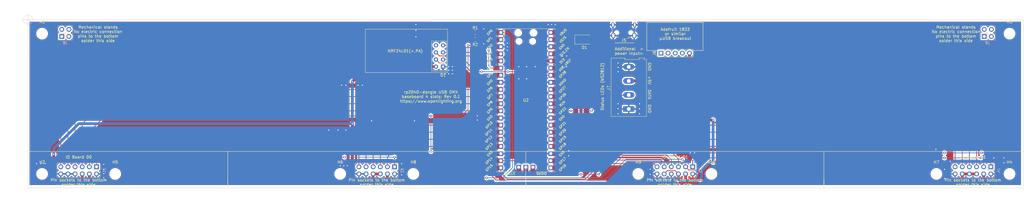
<source format=kicad_pcb>
(kicad_pcb (version 20171130) (host pcbnew 5.1.9)
  (title_block (title "rp2040_dongle baseboard 4 slots") (date 2021-03-19) (rev 0.1) (company https://www.openlighting.org/))
  (layers (0 F.Cu signal) (31 B.Cu signal) (34 B.Paste user) (35 F.Paste user) (36 B.SilkS user) (37 F.SilkS user) (38 B.Mask user) (39 F.Mask user) (44 Edge.Cuts user))
  (net 0 "")
  (net 1 GND)
  (net 2 "Net-(D1-Pad2)")
  (net 3 +3V3)
  (net 4 VDD)
  (net 5 /IO0_GP3)
  (net 6 /IO0_GP2)
  (net 7 /IO0_GP1)
  (net 8 /IO0_GP0)
  (net 9 /SCL)
  (net 10 /SDA)
  (net 11 /IO1_GP0)
  (net 12 /IO1_GP1)
  (net 13 /IO1_GP2)
  (net 14 /IO1_GP3)
  (net 15 /IO2_GP0)
  (net 16 /IO2_GP1)
  (net 17 /IO2_GP2)
  (net 18 /IO2_GP3)
  (net 19 /SPI_CLK)
  (net 20 /SPI_MOSI)
  (net 21 /SPI_MISO)
  (net 22 /SPI_CS0)
  (net 23 /IO3_GP0)
  (net 24 /IO3_GP1)
  (net 25 /IO3_GP2)
  (net 26 /IO3_GP3)
  (net 27 /STATUS_LEDS)
  (net 28 /NRF_CE)
  (net 29 "Net-(U2-Pad30)")
  (net 30 "Net-(U2-Pad31)")
  (net 31 "Net-(U2-Pad32)")
  (net 32 "Net-(U2-Pad37)")
  (net 33 "Net-(U2-Pad40)")
  (net 34 "Net-(U2-Pad41)")
  (net 35 "Net-(U2-Pad42)")
  (net 36 "Net-(U2-Pad43)")
  (net 37 "Net-(U2-Pad35)")
  (module RF_Module:nRF24L01_Breakout (layer F.Cu) (at 172.574 41.764 180)
    (fp_text reference U1 (at 0 -3) (layer F.SilkS))
    (fp_text value NRF24L01_Breakout)
    (pad 1 thru_hole rect (at 0 0 180) (size 1.524 1.524) (drill 0.762) (layers *.Cu *.Mask) (net 1 GND))
    (pad 2 thru_hole circle (at 2.54 0 180) (size 1.524 1.524) (drill 0.762) (layers *.Cu *.Mask) (net 3 +3V3))
    (pad 3 thru_hole circle (at 0 2.54 180) (size 1.524 1.524) (drill 0.762) (layers *.Cu *.Mask) (net 28 /NRF_CE))
    (pad 4 thru_hole circle (at 2.54 2.54 180) (size 1.524 1.524) (drill 0.762) (layers *.Cu *.Mask) (net 22 /SPI_CS0))
    (pad 5 thru_hole circle (at 0 5.08 180) (size 1.524 1.524) (drill 0.762) (layers *.Cu *.Mask) (net 19 /SPI_CLK))
    (pad 6 thru_hole circle (at 2.54 5.08 180) (size 1.524 1.524) (drill 0.762) (layers *.Cu *.Mask) (net 20 /SPI_MOSI))
    (pad 7 thru_hole circle (at 0 7.62 180) (size 1.524 1.524) (drill 0.762) (layers *.Cu *.Mask) (net 21 /SPI_MISO))
    (pad 8 thru_hole circle (at 2.54 7.62 180) (size 1.524 1.524) (drill 0.762) (layers *.Cu *.Mask))
  )
  (module TerminalBlock:TerminalBlock_Altech_AK300-4_P5.00mm (layer F.Cu) (at 238.614 56.844 90)
    (fp_text reference J7 (at 7.5 -7.15 90) (layer F.SilkS))
    (fp_text value Screw_Terminal_01x04)
    (pad 3 thru_hole oval (at 10 0 90) (size 1.98 3.96) (drill 1.32) (layers *.Cu *.Mask) (net 4 VDD))
    (pad 4 thru_hole oval (at 15 0 90) (size 1.98 3.96) (drill 1.32) (layers *.Cu *.Mask) (net 1 GND))
    (pad 2 thru_hole oval (at 5 0 90) (size 1.98 3.96) (drill 1.32) (layers *.Cu *.Mask) (net 27 /STATUS_LEDS))
    (pad 1 thru_hole rect (at 0 0 90) (size 1.98 3.96) (drill 1.32) (layers *.Cu *.Mask) (net 1 GND))
  )
  (module Resistor_SMD:R_0805_2012Metric_Pad1.20x1.40mm_HandSolder (layer F.Cu) (at 184.004 32.112)
    (fp_text reference R2 (at 0 1.778) (layer F.SilkS))
    (fp_text value 2k)
    (pad 2 smd roundrect (at 1 0) (size 1.2 1.4) (layers F.Cu F.Paste F.Mask) (roundrect_rratio 0.208333) (net 9 /SCL))
    (pad 1 smd roundrect (at -1 0) (size 1.2 1.4) (layers F.Cu F.Paste F.Mask) (roundrect_rratio 0.208333) (net 3 +3V3))
  )
  (module Resistor_SMD:R_0805_2012Metric_Pad1.20x1.40mm_HandSolder (layer F.Cu) (at 184.004 29.572)
    (fp_text reference R1 (at 0 -1.65) (layer F.SilkS))
    (fp_text value 2k)
    (pad 2 smd roundrect (at 1 0) (size 1.2 1.4) (layers F.Cu F.Paste F.Mask) (roundrect_rratio 0.208333) (net 10 /SDA))
    (pad 1 smd roundrect (at -1 0) (size 1.2 1.4) (layers F.Cu F.Paste F.Mask) (roundrect_rratio 0.208333) (net 3 +3V3))
  )
  (module Connector_PinSocket_2.54mm:PinSocket_2x06_P2.54mm_Vertical (layer B.Cu) (at 367.35 77.46 90)
    (fp_text reference J4 (at -1.27 2.77 90) (layer B.SilkS) (effects (justify mirror)))
    (fp_text value IO-Board_11)
    (pad 12 thru_hole oval (at -2.54 -12.7 90) (size 1.7 1.7) (drill 1) (layers *.Cu *.Mask) (net 1 GND))
    (pad 11 thru_hole oval (at 0 -12.7 90) (size 1.7 1.7) (drill 1) (layers *.Cu *.Mask) (net 23 /IO3_GP0))
    (pad 10 thru_hole oval (at -2.54 -10.16 90) (size 1.7 1.7) (drill 1) (layers *.Cu *.Mask) (net 3 +3V3))
    (pad 9 thru_hole oval (at 0 -10.16 90) (size 1.7 1.7) (drill 1) (layers *.Cu *.Mask) (net 24 /IO3_GP1))
    (pad 8 thru_hole oval (at -2.54 -7.62 90) (size 1.7 1.7) (drill 1) (layers *.Cu *.Mask) (net 3 +3V3))
    (pad 7 thru_hole oval (at 0 -7.62 90) (size 1.7 1.7) (drill 1) (layers *.Cu *.Mask) (net 25 /IO3_GP2))
    (pad 6 thru_hole oval (at -2.54 -5.08 90) (size 1.7 1.7) (drill 1) (layers *.Cu *.Mask) (net 3 +3V3))
    (pad 5 thru_hole oval (at 0 -5.08 90) (size 1.7 1.7) (drill 1) (layers *.Cu *.Mask) (net 26 /IO3_GP3))
    (pad 4 thru_hole oval (at -2.54 -2.54 90) (size 1.7 1.7) (drill 1) (layers *.Cu *.Mask) (net 4 VDD))
    (pad 3 thru_hole oval (at 0 -2.54 90) (size 1.7 1.7) (drill 1) (layers *.Cu *.Mask) (net 9 /SCL))
    (pad 2 thru_hole oval (at -2.54 0 90) (size 1.7 1.7) (drill 1) (layers *.Cu *.Mask) (net 1 GND))
    (pad 1 thru_hole rect (at 0 0 90) (size 1.7 1.7) (drill 1) (layers *.Cu *.Mask) (net 10 /SDA))
  )
  (module Connector_PinSocket_2.54mm:PinSocket_2x06_P2.54mm_Vertical (layer B.Cu) (at 261.35 77.46 90)
    (fp_text reference J3 (at -1.27 2.77 90) (layer B.SilkS) (effects (justify mirror)))
    (fp_text value IO-Board_10)
    (pad 12 thru_hole oval (at -2.54 -12.7 90) (size 1.7 1.7) (drill 1) (layers *.Cu *.Mask) (net 1 GND))
    (pad 11 thru_hole oval (at 0 -12.7 90) (size 1.7 1.7) (drill 1) (layers *.Cu *.Mask) (net 15 /IO2_GP0))
    (pad 10 thru_hole oval (at -2.54 -10.16 90) (size 1.7 1.7) (drill 1) (layers *.Cu *.Mask) (net 3 +3V3))
    (pad 9 thru_hole oval (at 0 -10.16 90) (size 1.7 1.7) (drill 1) (layers *.Cu *.Mask) (net 16 /IO2_GP1))
    (pad 8 thru_hole oval (at -2.54 -7.62 90) (size 1.7 1.7) (drill 1) (layers *.Cu *.Mask) (net 1 GND))
    (pad 7 thru_hole oval (at 0 -7.62 90) (size 1.7 1.7) (drill 1) (layers *.Cu *.Mask) (net 17 /IO2_GP2))
    (pad 6 thru_hole oval (at -2.54 -5.08 90) (size 1.7 1.7) (drill 1) (layers *.Cu *.Mask) (net 3 +3V3))
    (pad 5 thru_hole oval (at 0 -5.08 90) (size 1.7 1.7) (drill 1) (layers *.Cu *.Mask) (net 18 /IO2_GP3))
    (pad 4 thru_hole oval (at -2.54 -2.54 90) (size 1.7 1.7) (drill 1) (layers *.Cu *.Mask) (net 4 VDD))
    (pad 3 thru_hole oval (at 0 -2.54 90) (size 1.7 1.7) (drill 1) (layers *.Cu *.Mask) (net 9 /SCL))
    (pad 2 thru_hole oval (at -2.54 0 90) (size 1.7 1.7) (drill 1) (layers *.Cu *.Mask) (net 1 GND))
    (pad 1 thru_hole rect (at 0 0 90) (size 1.7 1.7) (drill 1) (layers *.Cu *.Mask) (net 10 /SDA))
  )
  (module Connector_PinSocket_2.54mm:PinSocket_2x06_P2.54mm_Vertical (layer B.Cu) (at 155.35 77.46 90)
    (fp_text reference J2 (at -1.27 2.77 90) (layer B.SilkS) (effects (justify mirror)))
    (fp_text value IO-Board_01)
    (pad 12 thru_hole oval (at -2.54 -12.7 90) (size 1.7 1.7) (drill 1) (layers *.Cu *.Mask) (net 1 GND))
    (pad 11 thru_hole oval (at 0 -12.7 90) (size 1.7 1.7) (drill 1) (layers *.Cu *.Mask) (net 11 /IO1_GP0))
    (pad 10 thru_hole oval (at -2.54 -10.16 90) (size 1.7 1.7) (drill 1) (layers *.Cu *.Mask) (net 1 GND))
    (pad 9 thru_hole oval (at 0 -10.16 90) (size 1.7 1.7) (drill 1) (layers *.Cu *.Mask) (net 12 /IO1_GP1))
    (pad 8 thru_hole oval (at -2.54 -7.62 90) (size 1.7 1.7) (drill 1) (layers *.Cu *.Mask) (net 3 +3V3))
    (pad 7 thru_hole oval (at 0 -7.62 90) (size 1.7 1.7) (drill 1) (layers *.Cu *.Mask) (net 13 /IO1_GP2))
    (pad 6 thru_hole oval (at -2.54 -5.08 90) (size 1.7 1.7) (drill 1) (layers *.Cu *.Mask) (net 3 +3V3))
    (pad 5 thru_hole oval (at 0 -5.08 90) (size 1.7 1.7) (drill 1) (layers *.Cu *.Mask) (net 14 /IO1_GP3))
    (pad 4 thru_hole oval (at -2.54 -2.54 90) (size 1.7 1.7) (drill 1) (layers *.Cu *.Mask) (net 4 VDD))
    (pad 3 thru_hole oval (at 0 -2.54 90) (size 1.7 1.7) (drill 1) (layers *.Cu *.Mask) (net 9 /SCL))
    (pad 2 thru_hole oval (at -2.54 0 90) (size 1.7 1.7) (drill 1) (layers *.Cu *.Mask) (net 1 GND))
    (pad 1 thru_hole rect (at 0 0 90) (size 1.7 1.7) (drill 1) (layers *.Cu *.Mask) (net 10 /SDA))
  )
  (module Connector_PinSocket_2.54mm:PinSocket_2x06_P2.54mm_Vertical (layer B.Cu) (at 49.35 77.46 90)
    (fp_text reference J1 (at -1.27 2.77 90) (layer B.SilkS) (effects (justify mirror)))
    (fp_text value IO-Board_00)
    (pad 12 thru_hole oval (at -2.54 -12.7 90) (size 1.7 1.7) (drill 1) (layers *.Cu *.Mask) (net 1 GND))
    (pad 11 thru_hole oval (at 0 -12.7 90) (size 1.7 1.7) (drill 1) (layers *.Cu *.Mask) (net 8 /IO0_GP0))
    (pad 10 thru_hole oval (at -2.54 -10.16 90) (size 1.7 1.7) (drill 1) (layers *.Cu *.Mask) (net 1 GND))
    (pad 9 thru_hole oval (at 0 -10.16 90) (size 1.7 1.7) (drill 1) (layers *.Cu *.Mask) (net 7 /IO0_GP1))
    (pad 8 thru_hole oval (at -2.54 -7.62 90) (size 1.7 1.7) (drill 1) (layers *.Cu *.Mask) (net 1 GND))
    (pad 7 thru_hole oval (at 0 -7.62 90) (size 1.7 1.7) (drill 1) (layers *.Cu *.Mask) (net 6 /IO0_GP2))
    (pad 6 thru_hole oval (at -2.54 -5.08 90) (size 1.7 1.7) (drill 1) (layers *.Cu *.Mask) (net 3 +3V3))
    (pad 5 thru_hole oval (at 0 -5.08 90) (size 1.7 1.7) (drill 1) (layers *.Cu *.Mask) (net 5 /IO0_GP3))
    (pad 4 thru_hole oval (at -2.54 -2.54 90) (size 1.7 1.7) (drill 1) (layers *.Cu *.Mask) (net 4 VDD))
    (pad 3 thru_hole oval (at 0 -2.54 90) (size 1.7 1.7) (drill 1) (layers *.Cu *.Mask) (net 9 /SCL))
    (pad 2 thru_hole oval (at -2.54 0 90) (size 1.7 1.7) (drill 1) (layers *.Cu *.Mask) (net 1 GND))
    (pad 1 thru_hole rect (at 0 0 90) (size 1.7 1.7) (drill 1) (layers *.Cu *.Mask) (net 10 /SDA))
  )
  (module Connector_PinHeader_2.54mm:PinHeader_2x02_P2.54mm_Vertical (layer B.Cu) (at 365 31)
    (fp_text reference J9 (at 1.27 2.33) (layer B.SilkS) (effects (justify mirror)))
    (fp_text value Conn_02x02_Odd_Even)
    (pad 4 thru_hole oval (at 2.54 -2.54) (size 1.7 1.7) (drill 1) (layers *.Cu *.Mask))
    (pad 3 thru_hole oval (at 0 -2.54) (size 1.7 1.7) (drill 1) (layers *.Cu *.Mask))
    (pad 2 thru_hole oval (at 2.54 0) (size 1.7 1.7) (drill 1) (layers *.Cu *.Mask))
    (pad 1 thru_hole rect (at 0 0) (size 1.7 1.7) (drill 1) (layers *.Cu *.Mask))
  )
  (module Connector_PinHeader_2.54mm:PinHeader_2x02_P2.54mm_Vertical (layer B.Cu) (at 37 31)
    (fp_text reference J8 (at 1.27 2.33) (layer B.SilkS) (effects (justify mirror)))
    (fp_text value Conn_02x02_Odd_Even)
    (pad 4 thru_hole oval (at 2.54 -2.54) (size 1.7 1.7) (drill 1) (layers *.Cu *.Mask))
    (pad 3 thru_hole oval (at 0 -2.54) (size 1.7 1.7) (drill 1) (layers *.Cu *.Mask))
    (pad 2 thru_hole oval (at 2.54 0) (size 1.7 1.7) (drill 1) (layers *.Cu *.Mask))
    (pad 1 thru_hole rect (at 0 0) (size 1.7 1.7) (drill 1) (layers *.Cu *.Mask))
  )
  (module MountingHole:MountingHole_3.2mm_M3 (layer F.Cu) (at 268 80)
    (fp_text reference H10 (at 0 -4.2) (layer F.SilkS))
    (fp_text value MountingHole)
    (pad 1 np_thru_hole circle (at 0 0) (size 3.2 3.2) (drill 3.2) (layers *.Cu *.Mask))
  )
  (module MountingHole:MountingHole_3.2mm_M3 (layer F.Cu) (at 242 80)
    (fp_text reference H9 (at 0 -4.2) (layer F.SilkS))
    (fp_text value MountingHole)
    (pad 1 np_thru_hole circle (at 0 0) (size 3.2 3.2) (drill 3.2) (layers *.Cu *.Mask))
  )
  (module Connector_PinHeader_2.54mm:PinHeader_1x05_P2.54mm_Vertical (layer F.Cu) (at 250.044 36.938 90)
    (fp_text reference J6 (at 0 -2.33 90) (layer F.SilkS))
    (fp_text value "Conn_01x05: Adafruit 1833")
    (pad 5 thru_hole oval (at 0 10.16 90) (size 1.7 1.7) (drill 1) (layers *.Cu *.Mask) (net 2 "Net-(D1-Pad2)"))
    (pad 4 thru_hole oval (at 0 7.62 90) (size 1.7 1.7) (drill 1) (layers *.Cu *.Mask))
    (pad 3 thru_hole oval (at 0 5.08 90) (size 1.7 1.7) (drill 1) (layers *.Cu *.Mask))
    (pad 2 thru_hole oval (at 0 2.54 90) (size 1.7 1.7) (drill 1) (layers *.Cu *.Mask))
    (pad 1 thru_hole rect (at 0 0 90) (size 1.7 1.7) (drill 1) (layers *.Cu *.Mask))
  )
  (module MountingHole:MountingHole_3.2mm_M3 (layer F.Cu) (at 136 80)
    (fp_text reference H6 (at 0 -4.2) (layer F.SilkS))
    (fp_text value MountingHole)
    (pad 1 np_thru_hole circle (at 0 0) (size 3.2 3.2) (drill 3.2) (layers *.Cu *.Mask))
  )
  (module MountingHole:MountingHole_3.2mm_M3 (layer F.Cu) (at 30 30)
    (fp_text reference H1 (at 0 -4.2) (layer F.SilkS))
    (fp_text value MountingHole)
    (pad 1 np_thru_hole circle (at 0 0) (size 3.2 3.2) (drill 3.2) (layers *.Cu *.Mask))
  )
  (module MountingHole:MountingHole_3.2mm_M3 (layer F.Cu) (at 374 30)
    (fp_text reference H3 (at 0 -4.2) (layer F.SilkS))
    (fp_text value MountingHole)
    (pad 1 np_thru_hole circle (at 0 0) (size 3.2 3.2) (drill 3.2) (layers *.Cu *.Mask))
  )
  (module MountingHole:MountingHole_3.2mm_M3 (layer F.Cu) (at 374 80)
    (fp_text reference H4 (at 0 -4.2) (layer F.SilkS))
    (fp_text value MountingHole)
    (pad 1 np_thru_hole circle (at 0 0) (size 3.2 3.2) (drill 3.2) (layers *.Cu *.Mask))
  )
  (module MountingHole:MountingHole_3.2mm_M3 (layer F.Cu) (at 30 80)
    (fp_text reference H2 (at 0 -4.2) (layer F.SilkS))
    (fp_text value MountingHole)
    (pad 1 np_thru_hole circle (at 0 0) (size 3.2 3.2) (drill 3.2) (layers *.Cu *.Mask))
  )
  (module MCU_RPi:RPi_Pico_SMD_TH (layer F.Cu) (at 202 53.702)
    (fp_text reference U2 (at 0 0) (layer F.SilkS))
    (fp_text value Pico)
    (fp_text user GP1 (at -12.9 -21.6 45) (layer F.SilkS) (effects (font (size 0.8 0.8))))
    (fp_text user GP2 (at -12.9 -16.51 45) (layer F.SilkS) (effects (font (size 0.8 0.8))))
    (fp_text user GP0 (at -12.8 -24.13 45) (layer F.SilkS) (effects (font (size 0.8 0.8))))
    (fp_text user GP3 (at -12.8 -13.97 45) (layer F.SilkS) (effects (font (size 0.8 0.8))))
    (fp_text user GP4 (at -12.8 -11.43 45) (layer F.SilkS) (effects (font (size 0.8 0.8))))
    (fp_text user GP5 (at -12.8 -8.89 45) (layer F.SilkS) (effects (font (size 0.8 0.8))))
    (fp_text user GP6 (at -12.8 -3.81 45) (layer F.SilkS) (effects (font (size 0.8 0.8))))
    (fp_text user GP7 (at -12.7 -1.3 45) (layer F.SilkS) (effects (font (size 0.8 0.8))))
    (fp_text user GP8 (at -12.8 1.27 45) (layer F.SilkS) (effects (font (size 0.8 0.8))))
    (fp_text user GP9 (at -12.8 3.81 45) (layer F.SilkS) (effects (font (size 0.8 0.8))))
    (fp_text user GP10 (at -13.054 8.89 45) (layer F.SilkS) (effects (font (size 0.8 0.8))))
    (fp_text user GP11 (at -13.2 11.43 45) (layer F.SilkS) (effects (font (size 0.8 0.8))))
    (fp_text user GP12 (at -13.2 13.97 45) (layer F.SilkS) (effects (font (size 0.8 0.8))))
    (fp_text user GP13 (at -13.054 16.51 45) (layer F.SilkS) (effects (font (size 0.8 0.8))))
    (fp_text user GP14 (at -13.1 21.59 45) (layer F.SilkS) (effects (font (size 0.8 0.8))))
    (fp_text user GP15 (at -13.054 24.13 45) (layer F.SilkS) (effects (font (size 0.8 0.8))))
    (fp_text user GP16 (at 13.054 24.13 45) (layer F.SilkS) (effects (font (size 0.8 0.8))))
    (fp_text user GP17 (at 13.054 21.59 45) (layer F.SilkS) (effects (font (size 0.8 0.8))))
    (fp_text user GP18 (at 13.054 16.51 45) (layer F.SilkS) (effects (font (size 0.8 0.8))))
    (fp_text user GP19 (at 13.054 13.97 45) (layer F.SilkS) (effects (font (size 0.8 0.8))))
    (fp_text user GP20 (at 13.054 11.43 45) (layer F.SilkS) (effects (font (size 0.8 0.8))))
    (fp_text user GP21 (at 13.054 8.9 45) (layer F.SilkS) (effects (font (size 0.8 0.8))))
    (fp_text user GP22 (at 13.054 3.81 45) (layer F.SilkS) (effects (font (size 0.8 0.8))))
    (fp_text user RUN (at 13 1.27 45) (layer F.SilkS) (effects (font (size 0.8 0.8))))
    (fp_text user GP26 (at 13.054 -1.27 45) (layer F.SilkS) (effects (font (size 0.8 0.8))))
    (fp_text user GP27 (at 13.054 -3.8 45) (layer F.SilkS) (effects (font (size 0.8 0.8))))
    (fp_text user GP28 (at 13.054 -9.144 45) (layer F.SilkS) (effects (font (size 0.8 0.8))))
    (fp_text user ADC_VREF (at 14 -12.5 45) (layer F.SilkS) (effects (font (size 0.8 0.8))))
    (fp_text user 3V3 (at 12.9 -13.9 45) (layer F.SilkS) (effects (font (size 0.8 0.8))))
    (fp_text user 3V3_EN (at 13.7 -17.2 45) (layer F.SilkS) (effects (font (size 0.8 0.8))))
    (fp_text user VSYS (at 13.2 -21.59 45) (layer F.SilkS) (effects (font (size 0.8 0.8))))
    (fp_text user VBUS (at 13.3 -24.2 45) (layer F.SilkS) (effects (font (size 0.8 0.8))))
    (fp_text user GND (at -12.8 -19.05 45) (layer F.SilkS) (effects (font (size 0.8 0.8))))
    (fp_text user GND (at -12.8 -6.35 45) (layer F.SilkS) (effects (font (size 0.8 0.8))))
    (fp_text user GND (at -12.8 6.35 45) (layer F.SilkS) (effects (font (size 0.8 0.8))))
    (fp_text user GND (at -12.8 19.05 45) (layer F.SilkS) (effects (font (size 0.8 0.8))))
    (fp_text user GND (at 12.8 19.05 45) (layer F.SilkS) (effects (font (size 0.8 0.8))))
    (fp_text user GND (at 12.8 6.35 45) (layer F.SilkS) (effects (font (size 0.8 0.8))))
    (fp_text user GND (at 12.8 -19.05 45) (layer F.SilkS) (effects (font (size 0.8 0.8))))
    (fp_text user AGND (at 13.054 -6.35 45) (layer F.SilkS) (effects (font (size 0.8 0.8))))
    (fp_text user SWCLK (at -5.7 26.2) (layer F.SilkS) (effects (font (size 0.8 0.8))))
    (fp_text user SWDIO (at 5.6 26.2) (layer F.SilkS) (effects (font (size 0.8 0.8))))
    (pad 1 thru_hole oval (at -8.89 -24.13) (size 1.7 1.7) (drill 1.02) (layers *.Cu *.Mask) (net 10 /SDA))
    (pad 2 thru_hole oval (at -8.89 -21.59) (size 1.7 1.7) (drill 1.02) (layers *.Cu *.Mask) (net 9 /SCL))
    (pad 3 thru_hole rect (at -8.89 -19.05) (size 1.7 1.7) (drill 1.02) (layers *.Cu *.Mask) (net 1 GND))
    (pad 4 thru_hole oval (at -8.89 -16.51) (size 1.7 1.7) (drill 1.02) (layers *.Cu *.Mask) (net 19 /SPI_CLK))
    (pad 5 thru_hole oval (at -8.89 -13.97) (size 1.7 1.7) (drill 1.02) (layers *.Cu *.Mask) (net 20 /SPI_MOSI))
    (pad 6 thru_hole oval (at -8.89 -11.43) (size 1.7 1.7) (drill 1.02) (layers *.Cu *.Mask) (net 21 /SPI_MISO))
    (pad 7 thru_hole oval (at -8.89 -8.89) (size 1.7 1.7) (drill 1.02) (layers *.Cu *.Mask) (net 22 /SPI_CS0))
    (pad 8 thru_hole rect (at -8.89 -6.35) (size 1.7 1.7) (drill 1.02) (layers *.Cu *.Mask) (net 1 GND))
    (pad 9 thru_hole oval (at -8.89 -3.81) (size 1.7 1.7) (drill 1.02) (layers *.Cu *.Mask) (net 8 /IO0_GP0))
    (pad 10 thru_hole oval (at -8.89 -1.27) (size 1.7 1.7) (drill 1.02) (layers *.Cu *.Mask) (net 7 /IO0_GP1))
    (pad 11 thru_hole oval (at -8.89 1.27) (size 1.7 1.7) (drill 1.02) (layers *.Cu *.Mask) (net 6 /IO0_GP2))
    (pad 12 thru_hole oval (at -8.89 3.81) (size 1.7 1.7) (drill 1.02) (layers *.Cu *.Mask) (net 5 /IO0_GP3))
    (pad 13 thru_hole rect (at -8.89 6.35) (size 1.7 1.7) (drill 1.02) (layers *.Cu *.Mask) (net 1 GND))
    (pad 14 thru_hole oval (at -8.89 8.89) (size 1.7 1.7) (drill 1.02) (layers *.Cu *.Mask) (net 11 /IO1_GP0))
    (pad 15 thru_hole oval (at -8.89 11.43) (size 1.7 1.7) (drill 1.02) (layers *.Cu *.Mask) (net 12 /IO1_GP1))
    (pad 16 thru_hole oval (at -8.89 13.97) (size 1.7 1.7) (drill 1.02) (layers *.Cu *.Mask) (net 13 /IO1_GP2))
    (pad 17 thru_hole oval (at -8.89 16.51) (size 1.7 1.7) (drill 1.02) (layers *.Cu *.Mask) (net 14 /IO1_GP3))
    (pad 18 thru_hole rect (at -8.89 19.05) (size 1.7 1.7) (drill 1.02) (layers *.Cu *.Mask) (net 1 GND))
    (pad 19 thru_hole oval (at -8.89 21.59) (size 1.7 1.7) (drill 1.02) (layers *.Cu *.Mask) (net 15 /IO2_GP0))
    (pad 20 thru_hole oval (at -8.89 24.13) (size 1.7 1.7) (drill 1.02) (layers *.Cu *.Mask) (net 16 /IO2_GP1))
    (pad 21 thru_hole oval (at 8.89 24.13) (size 1.7 1.7) (drill 1.02) (layers *.Cu *.Mask) (net 17 /IO2_GP2))
    (pad 22 thru_hole oval (at 8.89 21.59) (size 1.7 1.7) (drill 1.02) (layers *.Cu *.Mask) (net 18 /IO2_GP3))
    (pad 23 thru_hole rect (at 8.89 19.05) (size 1.7 1.7) (drill 1.02) (layers *.Cu *.Mask) (net 1 GND))
    (pad 24 thru_hole oval (at 8.89 16.51) (size 1.7 1.7) (drill 1.02) (layers *.Cu *.Mask) (net 23 /IO3_GP0))
    (pad 25 thru_hole oval (at 8.89 13.97) (size 1.7 1.7) (drill 1.02) (layers *.Cu *.Mask) (net 24 /IO3_GP1))
    (pad 26 thru_hole oval (at 8.89 11.43) (size 1.7 1.7) (drill 1.02) (layers *.Cu *.Mask) (net 25 /IO3_GP2))
    (pad 27 thru_hole oval (at 8.89 8.89) (size 1.7 1.7) (drill 1.02) (layers *.Cu *.Mask) (net 26 /IO3_GP3))
    (pad 28 thru_hole rect (at 8.89 6.35) (size 1.7 1.7) (drill 1.02) (layers *.Cu *.Mask) (net 1 GND))
    (pad 29 thru_hole oval (at 8.89 3.81) (size 1.7 1.7) (drill 1.02) (layers *.Cu *.Mask) (net 27 /STATUS_LEDS))
    (pad 30 thru_hole oval (at 8.89 1.27) (size 1.7 1.7) (drill 1.02) (layers *.Cu *.Mask) (net 29 "Net-(U2-Pad30)"))
    (pad 31 thru_hole oval (at 8.89 -1.27) (size 1.7 1.7) (drill 1.02) (layers *.Cu *.Mask) (net 30 "Net-(U2-Pad31)"))
    (pad 32 thru_hole oval (at 8.89 -3.81) (size 1.7 1.7) (drill 1.02) (layers *.Cu *.Mask) (net 31 "Net-(U2-Pad32)"))
    (pad 33 thru_hole rect (at 8.89 -6.35) (size 1.7 1.7) (drill 1.02) (layers *.Cu *.Mask) (net 1 GND))
    (pad 34 thru_hole oval (at 8.89 -8.89) (size 1.7 1.7) (drill 1.02) (layers *.Cu *.Mask) (net 28 /NRF_CE))
    (pad 35 thru_hole oval (at 8.89 -11.43) (size 1.7 1.7) (drill 1.02) (layers *.Cu *.Mask) (net 37 "Net-(U2-Pad35)"))
    (pad 36 thru_hole oval (at 8.89 -13.97) (size 1.7 1.7) (drill 1.02) (layers *.Cu *.Mask) (net 3 +3V3))
    (pad 37 thru_hole oval (at 8.89 -16.51) (size 1.7 1.7) (drill 1.02) (layers *.Cu *.Mask) (net 32 "Net-(U2-Pad37)"))
    (pad 38 thru_hole rect (at 8.89 -19.05) (size 1.7 1.7) (drill 1.02) (layers *.Cu *.Mask) (net 1 GND))
    (pad 39 thru_hole oval (at 8.89 -21.59) (size 1.7 1.7) (drill 1.02) (layers *.Cu *.Mask) (net 4 VDD))
    (pad 40 thru_hole oval (at 8.89 -24.13) (size 1.7 1.7) (drill 1.02) (layers *.Cu *.Mask) (net 33 "Net-(U2-Pad40)"))
    (pad 1 smd rect (at -8.89 -24.13) (size 3.5 1.7) (drill (offset -0.9 0)) (layers F.Cu F.Mask) (net 10 /SDA))
    (pad 2 smd rect (at -8.89 -21.59) (size 3.5 1.7) (drill (offset -0.9 0)) (layers F.Cu F.Mask) (net 9 /SCL))
    (pad 3 smd rect (at -8.89 -19.05) (size 3.5 1.7) (drill (offset -0.9 0)) (layers F.Cu F.Mask) (net 1 GND))
    (pad 4 smd rect (at -8.89 -16.51) (size 3.5 1.7) (drill (offset -0.9 0)) (layers F.Cu F.Mask) (net 19 /SPI_CLK))
    (pad 5 smd rect (at -8.89 -13.97) (size 3.5 1.7) (drill (offset -0.9 0)) (layers F.Cu F.Mask) (net 20 /SPI_MOSI))
    (pad 6 smd rect (at -8.89 -11.43) (size 3.5 1.7) (drill (offset -0.9 0)) (layers F.Cu F.Mask) (net 21 /SPI_MISO))
    (pad 7 smd rect (at -8.89 -8.89) (size 3.5 1.7) (drill (offset -0.9 0)) (layers F.Cu F.Mask) (net 22 /SPI_CS0))
    (pad 8 smd rect (at -8.89 -6.35) (size 3.5 1.7) (drill (offset -0.9 0)) (layers F.Cu F.Mask) (net 1 GND))
    (pad 9 smd rect (at -8.89 -3.81) (size 3.5 1.7) (drill (offset -0.9 0)) (layers F.Cu F.Mask) (net 8 /IO0_GP0))
    (pad 10 smd rect (at -8.89 -1.27) (size 3.5 1.7) (drill (offset -0.9 0)) (layers F.Cu F.Mask) (net 7 /IO0_GP1))
    (pad 11 smd rect (at -8.89 1.27) (size 3.5 1.7) (drill (offset -0.9 0)) (layers F.Cu F.Mask) (net 6 /IO0_GP2))
    (pad 12 smd rect (at -8.89 3.81) (size 3.5 1.7) (drill (offset -0.9 0)) (layers F.Cu F.Mask) (net 5 /IO0_GP3))
    (pad 13 smd rect (at -8.89 6.35) (size 3.5 1.7) (drill (offset -0.9 0)) (layers F.Cu F.Mask) (net 1 GND))
    (pad 14 smd rect (at -8.89 8.89) (size 3.5 1.7) (drill (offset -0.9 0)) (layers F.Cu F.Mask) (net 11 /IO1_GP0))
    (pad 15 smd rect (at -8.89 11.43) (size 3.5 1.7) (drill (offset -0.9 0)) (layers F.Cu F.Mask) (net 12 /IO1_GP1))
    (pad 16 smd rect (at -8.89 13.97) (size 3.5 1.7) (drill (offset -0.9 0)) (layers F.Cu F.Mask) (net 13 /IO1_GP2))
    (pad 17 smd rect (at -8.89 16.51) (size 3.5 1.7) (drill (offset -0.9 0)) (layers F.Cu F.Mask) (net 14 /IO1_GP3))
    (pad 18 smd rect (at -8.89 19.05) (size 3.5 1.7) (drill (offset -0.9 0)) (layers F.Cu F.Mask) (net 1 GND))
    (pad 19 smd rect (at -8.89 21.59) (size 3.5 1.7) (drill (offset -0.9 0)) (layers F.Cu F.Mask) (net 15 /IO2_GP0))
    (pad 20 smd rect (at -8.89 24.13) (size 3.5 1.7) (drill (offset -0.9 0)) (layers F.Cu F.Mask) (net 16 /IO2_GP1))
    (pad 40 smd rect (at 8.89 -24.13) (size 3.5 1.7) (drill (offset 0.9 0)) (layers F.Cu F.Mask) (net 33 "Net-(U2-Pad40)"))
    (pad 39 smd rect (at 8.89 -21.59) (size 3.5 1.7) (drill (offset 0.9 0)) (layers F.Cu F.Mask) (net 4 VDD))
    (pad 38 smd rect (at 8.89 -19.05) (size 3.5 1.7) (drill (offset 0.9 0)) (layers F.Cu F.Mask) (net 1 GND))
    (pad 37 smd rect (at 8.89 -16.51) (size 3.5 1.7) (drill (offset 0.9 0)) (layers F.Cu F.Mask) (net 32 "Net-(U2-Pad37)"))
    (pad 36 smd rect (at 8.89 -13.97) (size 3.5 1.7) (drill (offset 0.9 0)) (layers F.Cu F.Mask) (net 3 +3V3))
    (pad 35 smd rect (at 8.89 -11.43) (size 3.5 1.7) (drill (offset 0.9 0)) (layers F.Cu F.Mask) (net 37 "Net-(U2-Pad35)"))
    (pad 34 smd rect (at 8.89 -8.89) (size 3.5 1.7) (drill (offset 0.9 0)) (layers F.Cu F.Mask) (net 28 /NRF_CE))
    (pad 33 smd rect (at 8.89 -6.35) (size 3.5 1.7) (drill (offset 0.9 0)) (layers F.Cu F.Mask) (net 1 GND))
    (pad 32 smd rect (at 8.89 -3.81) (size 3.5 1.7) (drill (offset 0.9 0)) (layers F.Cu F.Mask) (net 31 "Net-(U2-Pad32)"))
    (pad 31 smd rect (at 8.89 -1.27) (size 3.5 1.7) (drill (offset 0.9 0)) (layers F.Cu F.Mask) (net 30 "Net-(U2-Pad31)"))
    (pad 30 smd rect (at 8.89 1.27) (size 3.5 1.7) (drill (offset 0.9 0)) (layers F.Cu F.Mask) (net 29 "Net-(U2-Pad30)"))
    (pad 29 smd rect (at 8.89 3.81) (size 3.5 1.7) (drill (offset 0.9 0)) (layers F.Cu F.Mask) (net 27 /STATUS_LEDS))
    (pad 28 smd rect (at 8.89 6.35) (size 3.5 1.7) (drill (offset 0.9 0)) (layers F.Cu F.Mask) (net 1 GND))
    (pad 27 smd rect (at 8.89 8.89) (size 3.5 1.7) (drill (offset 0.9 0)) (layers F.Cu F.Mask) (net 26 /IO3_GP3))
    (pad 26 smd rect (at 8.89 11.43) (size 3.5 1.7) (drill (offset 0.9 0)) (layers F.Cu F.Mask) (net 25 /IO3_GP2))
    (pad 25 smd rect (at 8.89 13.97) (size 3.5 1.7) (drill (offset 0.9 0)) (layers F.Cu F.Mask) (net 24 /IO3_GP1))
    (pad 24 smd rect (at 8.89 16.51) (size 3.5 1.7) (drill (offset 0.9 0)) (layers F.Cu F.Mask) (net 23 /IO3_GP0))
    (pad 23 smd rect (at 8.89 19.05) (size 3.5 1.7) (drill (offset 0.9 0)) (layers F.Cu F.Mask) (net 1 GND))
    (pad 22 smd rect (at 8.89 21.59) (size 3.5 1.7) (drill (offset 0.9 0)) (layers F.Cu F.Mask) (net 18 /IO2_GP3))
    (pad 21 smd rect (at 8.89 24.13) (size 3.5 1.7) (drill (offset 0.9 0)) (layers F.Cu F.Mask) (net 17 /IO2_GP2))
    (pad "" np_thru_hole oval (at -2.725 -24) (size 1.8 1.8) (drill 1.8) (layers *.Cu *.Mask))
    (pad "" np_thru_hole oval (at 2.725 -24) (size 1.8 1.8) (drill 1.8) (layers *.Cu *.Mask))
    (pad "" np_thru_hole oval (at -2.425 -20.97) (size 1.5 1.5) (drill 1.5) (layers *.Cu *.Mask))
    (pad "" np_thru_hole oval (at 2.425 -20.97) (size 1.5 1.5) (drill 1.5) (layers *.Cu *.Mask))
    (pad 41 smd rect (at -2.54 23.9 90) (size 3.5 1.7) (drill (offset -0.9 0)) (layers F.Cu F.Mask) (net 34 "Net-(U2-Pad41)"))
    (pad 41 thru_hole oval (at -2.54 23.9) (size 1.7 1.7) (drill 1.02) (layers *.Cu *.Mask) (net 34 "Net-(U2-Pad41)"))
    (pad 42 smd rect (at 0 23.9 90) (size 3.5 1.7) (drill (offset -0.9 0)) (layers F.Cu F.Mask) (net 35 "Net-(U2-Pad42)"))
    (pad 42 thru_hole rect (at 0 23.9) (size 1.7 1.7) (drill 1.02) (layers *.Cu *.Mask) (net 35 "Net-(U2-Pad42)"))
    (pad 43 smd rect (at 2.54 23.9 90) (size 3.5 1.7) (drill (offset -0.9 0)) (layers F.Cu F.Mask) (net 36 "Net-(U2-Pad43)"))
    (pad 43 thru_hole oval (at 2.54 23.9) (size 1.7 1.7) (drill 1.02) (layers *.Cu *.Mask) (net 36 "Net-(U2-Pad43)"))
  )
  (module MountingHole:MountingHole_3.2mm_M3 (layer F.Cu) (at 162 80)
    (fp_text reference H8 (at 0 -4.2) (layer F.SilkS))
    (fp_text value MountingHole)
    (pad 1 np_thru_hole circle (at 0 0) (size 3.2 3.2) (drill 3.2) (layers *.Cu *.Mask))
  )
  (module MountingHole:MountingHole_3.2mm_M3 (layer F.Cu) (at 348 80)
    (fp_text reference H7 (at 0 -4.2) (layer F.SilkS))
    (fp_text value MountingHole)
    (pad 1 np_thru_hole circle (at 0 0) (size 3.2 3.2) (drill 3.2) (layers *.Cu *.Mask))
  )
  (module MountingHole:MountingHole_3.2mm_M3 (layer F.Cu) (at 56 80)
    (fp_text reference H5 (at 0 -4.2) (layer F.SilkS))
    (fp_text value MountingHole)
    (pad 1 np_thru_hole circle (at 0 0) (size 3.2 3.2) (drill 3.2) (layers *.Cu *.Mask))
  )
  (module Diode_SMD:D_SMA (layer F.Cu) (at 222.834 32.112)
    (fp_text reference D1 (at 0 2.794) (layer F.SilkS))
    (fp_text value D_Schottky)
    (pad 2 smd rect (at 2 0) (size 2.5 1.8) (layers F.Cu F.Paste F.Mask) (net 2 "Net-(D1-Pad2)"))
    (pad 1 smd rect (at -2 0) (size 2.5 1.8) (layers F.Cu F.Paste F.Mask) (net 4 VDD))
  )
  (module Connector_USB:USB_Micro-B_Wuerth_629105150521 (layer F.Cu) (at 236.836 28.81 180)
    (fp_text reference J5 (at 0 -3.5) (layer F.SilkS))
    (fp_text value USB_B_Micro)
    (pad 1 smd rect (at -1.3 -1.9 180) (size 0.45 1.3) (layers F.Cu F.Paste F.Mask) (net 2 "Net-(D1-Pad2)"))
    (pad 2 smd rect (at -0.65 -1.9 180) (size 0.45 1.3) (layers F.Cu F.Paste F.Mask))
    (pad 3 smd rect (at 0 -1.9 180) (size 0.45 1.3) (layers F.Cu F.Paste F.Mask))
    (pad 4 smd rect (at 0.65 -1.9 180) (size 0.45 1.3) (layers F.Cu F.Paste F.Mask))
    (pad 5 smd rect (at 1.3 -1.9 180) (size 0.45 1.3) (layers F.Cu F.Paste F.Mask) (net 1 GND))
    (pad 6 thru_hole oval (at -3.725 -1.85 180) (size 1.45 2) (drill oval 0.85 1.4) (layers *.Cu *.Mask) (net 1 GND))
    (pad 6 thru_hole oval (at 3.725 -1.85 180) (size 1.45 2) (drill oval 0.85 1.4) (layers *.Cu *.Mask) (net 1 GND))
    (pad 6 thru_hole oval (at -3.875 1.95 180) (size 1.15 1.8) (drill oval 0.55 1.2) (layers *.Cu *.Mask) (net 1 GND))
    (pad 6 thru_hole oval (at 3.875 1.95 180) (size 1.15 1.8) (drill oval 0.55 1.2) (layers *.Cu *.Mask) (net 1 GND))
    (pad "" np_thru_hole oval (at -2.5 -0.8 180) (size 0.8 0.8) (drill 0.8) (layers *.Cu *.Mask))
    (pad "" np_thru_hole oval (at 2.5 -0.8 180) (size 0.8 0.8) (drill 0.8) (layers *.Cu *.Mask))
  )
  (gr_text "rp2040-dongle USB DMX\nbaseboard 4 slots; Rev 0.1\nhttps://www.openlighting.org" (at 168.256 52.432) (layer F.SilkS) (effects (font (size 1 1))))
  (gr_text "Mechanical stands\nNo electric connection\npins to the bottom\nsolder this side" (at 49.892 30.08) (layer F.SilkS) (effects (font (size 1 1))))
  (gr_text "^^^^^^^^^^^^\nAdditional  >\npower input>" (at 233.534 35.414) (layer F.SilkS) (effects (font (size 1 1)) (justify left)))
  (gr_text GND (at 245.98 41.764 270) (layer F.SilkS) (effects (font (size 1 1))))
  (gr_text "Status LEDs (WS2812)" (at 229.216 48.876 90) (layer F.SilkS) (effects (font (size 1 1))))
  (gr_text GND (at 245.98 56.75 270) (layer F.SilkS) (effects (font (size 1 1))))
  (gr_text DATA (at 245.98 51.67 270) (layer F.SilkS) (effects (font (size 1 1))))
  (gr_text +5V (at 245.98 46.59 270) (layer F.SilkS) (effects (font (size 1 1))))
  (gr_text "Mechanical stands\nNo electric connection\npins to the bottom\nsolder this side" (at 354.946 30.08) (layer F.SilkS) (effects (font (size 1 1))))
  (gr_text "Pin sockets to the bottom\nsolder this side" (at 361 83) (layer F.SilkS) (effects (font (size 1 1))))
  (gr_text "Pin sockets to the bottom\nsolder this side" (at 255 83) (layer F.SilkS) (effects (font (size 1 1))))
  (gr_text "Pin sockets to the bottom\nsolder this side" (at 149 83) (layer F.SilkS) (effects (font (size 1 1))))
  (gr_text "Pin sockets to the bottom\nsolder this side" (at 43 83) (layer F.SilkS) (effects (font (size 1 1))))
  (gr_line (start 308 72) (end 379 72) (layer F.SilkS) (width 0.15))
  (gr_line (start 308 72) (end 308 85) (layer F.SilkS) (width 0.15))
  (gr_line (start 202 72) (end 308 72) (layer F.SilkS) (width 0.15))
  (gr_line (start 308 82) (end 308 85) (layer F.SilkS) (width 0.15))
  (gr_line (start 202 72) (end 202 85) (layer F.SilkS) (width 0.15))
  (gr_line (start 96 72) (end 202 72) (layer F.SilkS) (width 0.15))
  (gr_line (start 96 72) (end 25 72) (layer F.SilkS) (width 0.15))
  (gr_line (start 96 85) (end 96 72) (layer F.SilkS) (width 0.15))
  (gr_text "IO Board 11" (at 361 74) (layer F.SilkS) (effects (font (size 1 1))))
  (gr_text "IO Board 00" (at 43 74) (layer F.SilkS) (effects (font (size 1 1))))
  (gr_text "IO Board 01" (at 255 74) (layer F.SilkS) (effects (font (size 1 1))))
  (gr_line (start 96 82) (end 96 85) (layer F.SilkS) (width 0.15))
  (gr_line (start 202 85) (end 202 82) (layer F.SilkS) (width 0.15))
  (gr_line (start 202 85) (end 202 82) (layer F.SilkS) (width 0.15))
  (gr_text "NRF24L01(+,PA)" (at 159.112 36.176) (layer F.SilkS) (effects (font (size 1 1))))
  (gr_text "Adafruit 1833\nor similar\nµUSB breakout" (at 255.124 30.08) (layer F.SilkS) (effects (font (size 1 1))))
  (gr_line (start 245 36) (end 245 26) (layer F.SilkS) (width 0.15))
  (gr_line (start 265 36) (end 245 36) (layer F.SilkS) (width 0.15))
  (gr_line (start 265 26) (end 265 36) (layer F.SilkS) (width 0.15))
  (gr_line (start 245 26) (end 265 26) (layer F.SilkS) (width 0.15))
  (gr_line (start 25 25) (end 379 25) (layer Edge.Cuts) (width 0.1))
  (gr_line (start 379 25) (end 379 85) (layer Edge.Cuts) (width 0.1))
  (gr_line (start 25 25) (end 25 25) (layer Edge.Cuts) (width 0.1))
  (gr_line (start 25 85) (end 25 25) (layer Edge.Cuts) (width 0.1))
  (gr_line (start 379 85) (end 25 85) (layer Edge.Cuts) (width 0.1))
  (target plus (at 25 25) (size 5) (width 0.1) (layer Edge.Cuts))
  (via (at 234.804 54.972) (size 0.8) (drill 0.4) (layers F.Cu B.Cu) (net 1))
  (via (at 234.804 56.75) (size 0.8) (drill 0.4) (layers F.Cu B.Cu) (net 1))
  (via (at 234.804 58.528) (size 0.8) (drill 0.4) (layers F.Cu B.Cu) (net 1))
  (via (at 242.424 56.75) (size 0.8) (drill 0.4) (layers F.Cu B.Cu) (net 1))
  (via (at 242.424 54.972) (size 0.8) (drill 0.4) (layers F.Cu B.Cu) (net 1))
  (via (at 242.424 58.528) (size 0.8) (drill 0.4) (layers F.Cu B.Cu) (net 1))
  (via (at 234.804 42.018) (size 0.8) (drill 0.4) (layers F.Cu B.Cu) (net 1))
  (via (at 234.804 40.494) (size 0.8) (drill 0.4) (layers F.Cu B.Cu) (net 1))
  (via (at 234.804 43.542) (size 0.8) (drill 0.4) (layers F.Cu B.Cu) (net 1))
  (via (at 214.992 37.954) (size 0.8) (drill 0.4) (layers F.Cu B.Cu) (net 1))
  (via (at 216.516 37.954) (size 0.8) (drill 0.4) (layers F.Cu B.Cu) (net 1))
  (via (at 214.992 41.764) (size 0.8) (drill 0.4) (layers F.Cu B.Cu) (net 1))
  (via (at 216.516 41.764) (size 0.8) (drill 0.4) (layers F.Cu B.Cu) (net 1))
  (via (at 209.912 26.778) (size 0.8) (drill 0.4) (layers F.Cu B.Cu) (net 1))
  (via (at 211.182 26.778) (size 0.8) (drill 0.4) (layers F.Cu B.Cu) (net 1))
  (via (at 212.452 26.778) (size 0.8) (drill 0.4) (layers F.Cu B.Cu) (net 1))
  (via (at 174.606 41.764) (size 0.8) (drill 0.4) (layers F.Cu B.Cu) (net 1))
  (via (at 175.876 41.764) (size 0.8) (drill 0.4) (layers F.Cu B.Cu) (net 1))
  (via (at 175.876 43.034) (size 0.8) (drill 0.4) (layers F.Cu B.Cu) (net 1))
  (via (at 174.606 43.034) (size 0.8) (drill 0.4) (layers F.Cu B.Cu) (net 1))
  (via (at 175.876 44.304) (size 0.8) (drill 0.4) (layers F.Cu B.Cu) (net 1))
  (via (at 174.606 44.304) (size 0.8) (drill 0.4) (layers F.Cu B.Cu) (net 1))
  (via (at 173.336 44.304) (size 0.8) (drill 0.4) (layers F.Cu B.Cu) (net 1))
  (via (at 172.066 44.304) (size 0.8) (drill 0.4) (layers F.Cu B.Cu) (net 1))
  (via (at 195.434 34.652) (size 0.8) (drill 0.4) (layers F.Cu B.Cu) (net 1))
  (via (at 195.434 33.382) (size 0.8) (drill 0.4) (layers F.Cu B.Cu) (net 1))
  (via (at 195.434 35.922) (size 0.8) (drill 0.4) (layers F.Cu B.Cu) (net 1))
  (via (at 262.998 79.864) (size 0.8) (drill 0.4) (layers F.Cu B.Cu) (net 1))
  (via (at 246.234 80.118) (size 0.8) (drill 0.4) (layers F.Cu B.Cu) (net 1))
  (via (at 246.234 78.34) (size 0.8) (drill 0.4) (layers F.Cu B.Cu) (net 1))
  (via (at 246.234 81.896) (size 0.8) (drill 0.4) (layers F.Cu B.Cu) (net 1))
  (via (at 248.012 81.896) (size 0.8) (drill 0.4) (layers F.Cu B.Cu) (net 1))
  (via (at 249.79 81.896) (size 0.8) (drill 0.4) (layers F.Cu B.Cu) (net 1))
  (via (at 251.568 81.896) (size 0.8) (drill 0.4) (layers F.Cu B.Cu) (net 1))
  (via (at 253.6 81.896) (size 0.8) (drill 0.4) (layers F.Cu B.Cu) (net 1))
  (via (at 368.408 74.276) (size 0.8) (drill 0.4) (layers F.Cu B.Cu) (net 1))
  (via (at 371.964 74.276) (size 0.8) (drill 0.4) (layers F.Cu B.Cu) (net 1))
  (via (at 371.964 76.054) (size 0.8) (drill 0.4) (layers F.Cu B.Cu) (net 1))
  (via (at 157.842 76.308) (size 0.8) (drill 0.4) (layers F.Cu B.Cu) (net 1))
  (via (at 157.842 78.34) (size 0.8) (drill 0.4) (layers F.Cu B.Cu) (net 1))
  (via (at 157.842 80.372) (size 0.8) (drill 0.4) (layers F.Cu B.Cu) (net 1))
  (via (at 261.982 72.498) (size 0.8) (drill 0.4) (layers F.Cu B.Cu) (net 1))
  (via (at 260.458 72.498) (size 0.8) (drill 0.4) (layers F.Cu B.Cu) (net 1))
  (via (at 347.834 71.228) (size 0.8) (drill 0.4) (layers F.Cu B.Cu) (net 1))
  (via (at 352.914 75.546) (size 0.8) (drill 0.4) (layers F.Cu B.Cu) (net 1))
  (via (at 350.882 78.34) (size 0.8) (drill 0.4) (layers F.Cu B.Cu) (net 1))
  (via (at 350.882 81.642) (size 0.8) (drill 0.4) (layers F.Cu B.Cu) (net 1))
  (via (at 51.924 76.562) (size 0.8) (drill 0.4) (layers F.Cu B.Cu) (net 1))
  (via (at 51.924 78.34) (size 0.8) (drill 0.4) (layers F.Cu B.Cu) (net 1))
  (via (at 51.924 79.864) (size 0.8) (drill 0.4) (layers F.Cu B.Cu) (net 1))
  (via (at 51.924 81.388) (size 0.8) (drill 0.4) (layers F.Cu B.Cu) (net 1))
  (via (at 138.538 77.07) (size 0.8) (drill 0.4) (layers F.Cu B.Cu) (net 1))
  (via (at 137.268 77.07) (size 0.8) (drill 0.4) (layers F.Cu B.Cu) (net 1))
  (via (at 135.998 77.07) (size 0.8) (drill 0.4) (layers F.Cu B.Cu) (net 1))
  (via (at 28.048 76.308) (size 0.8) (drill 0.4) (layers F.Cu B.Cu) (net 1))
  (via (at 29.572 76.308) (size 0.8) (drill 0.4) (layers F.Cu B.Cu) (net 1))
  (via (at 31.096 76.308) (size 0.8) (drill 0.4) (layers F.Cu B.Cu) (net 1))
  (via (at 138.03 48.368) (size 0.8) (drill 0.4) (layers F.Cu B.Cu) (net 1))
  (via (at 136.506 48.368) (size 0.8) (drill 0.4) (layers F.Cu B.Cu) (net 1))
  (via (at 142.348 48.368) (size 0.8) (drill 0.4) (layers F.Cu B.Cu) (net 1))
  (via (at 143.872 48.368) (size 0.8) (drill 0.4) (layers F.Cu B.Cu) (net 1))
  (via (at 138.03 64.37) (size 0.8) (drill 0.4) (layers F.Cu B.Cu) (net 1))
  (via (at 135.236 64.37) (size 0.8) (drill 0.4) (layers F.Cu B.Cu) (net 1))
  (via (at 131.934 64.37) (size 0.8) (drill 0.4) (layers F.Cu B.Cu) (net 1))
  (via (at 199.498 41.764) (size 0.8) (drill 0.4) (layers F.Cu B.Cu) (net 1))
  (via (at 202.292 41.764) (size 0.8) (drill 0.4) (layers F.Cu B.Cu) (net 1))
  (via (at 205.34 41.764) (size 0.8) (drill 0.4) (layers F.Cu B.Cu) (net 1))
  (via (at 199.498 46.082) (size 0.8) (drill 0.4) (layers F.Cu B.Cu) (net 1))
  (via (at 202.292 46.082) (size 0.8) (drill 0.4) (layers F.Cu B.Cu) (net 1))
  (via (at 217.278 71.736) (size 0.8) (drill 0.4) (layers F.Cu B.Cu) (net 1))
  (via (at 217.278 73.514) (size 0.8) (drill 0.4) (layers F.Cu B.Cu) (net 1))
  (via (at 187.052 28.302) (size 0.8) (drill 0.4) (layers F.Cu B.Cu) (net 1))
  (via (at 187.052 33.636) (size 0.8) (drill 0.4) (layers F.Cu B.Cu) (net 1))
  (via (at 184.766 60.814) (size 0.8) (drill 0.4) (layers F.Cu B.Cu) (net 1))
  (via (at 184.766 59.29) (size 0.8) (drill 0.4) (layers F.Cu B.Cu) (net 1))
  (via (at 162.414 61.068) (size 0.8) (drill 0.4) (layers F.Cu B.Cu) (net 1))
  (via (at 147.174 61.068) (size 0.8) (drill 0.4) (layers F.Cu B.Cu) (net 1))
  (via (at 162.922 26.778) (size 0.8) (drill 0.4) (layers F.Cu B.Cu) (net 1))
  (via (at 162.922 28.81) (size 0.8) (drill 0.4) (layers F.Cu B.Cu) (net 1))
  (via (at 162.922 31.096) (size 0.8) (drill 0.4) (layers F.Cu B.Cu) (net 1))
  (segment (start 235.536 30.71) (end 235.536 31.888) (width 0.45) (layer F.Cu) (net 1))
  (segment (start 235.536 31.888) (end 235.058 32.366) (width 0.45) (layer F.Cu) (net 1))
  (segment (start 235.058 32.366) (end 233.026 32.366) (width 0.45) (layer F.Cu) (net 1))
  (segment (start 233.026 30.745) (end 233.111 30.66) (width 0.45) (layer F.Cu) (net 1))
  (segment (start 233.026 32.366) (end 233.026 30.745) (width 0.45) (layer F.Cu) (net 1))
  (segment (start 260.204 36.938) (end 260.204 38.716) (width 1) (layer F.Cu) (net 2))
  (segment (start 260.204 38.716) (end 258.68 40.24) (width 1) (layer F.Cu) (net 2))
  (segment (start 258.68 40.24) (end 245.726 40.24) (width 1) (layer F.Cu) (net 2))
  (segment (start 245.726 40.24) (end 239.122 33.636) (width 1) (layer F.Cu) (net 2))
  (segment (start 227.946 32.112) (end 224.834 32.112) (width 1) (layer F.Cu) (net 2))
  (segment (start 229.47 33.636) (end 227.946 32.112) (width 1) (layer F.Cu) (net 2))
  (segment (start 238.106 31.730002) (end 238.136 31.700002) (width 0.45) (layer F.Cu) (net 2))
  (segment (start 238.136 31.700002) (end 238.136 30.71) (width 0.45) (layer F.Cu) (net 2))
  (segment (start 238.106 33.636) (end 238.106 31.730002) (width 0.45) (layer F.Cu) (net 2))
  (segment (start 239.122 33.636) (end 238.106 33.636) (width 1) (layer F.Cu) (net 2))
  (segment (start 238.106 33.636) (end 229.47 33.636) (width 1) (layer F.Cu) (net 2))
  (segment (start 209.687919 39.732) (end 207.626 37.670081) (width 1) (layer F.Cu) (net 3))
  (segment (start 210.89 39.732) (end 209.687919 39.732) (width 1) (layer F.Cu) (net 3))
  (segment (start 207.626 37.670081) (end 207.626 28.048) (width 1) (layer F.Cu) (net 3))
  (segment (start 207.626 28.048) (end 206.356 26.778) (width 1) (layer F.Cu) (net 3))
  (segment (start 206.356 26.778) (end 185.528 26.778) (width 1) (layer F.Cu) (net 3))
  (segment (start 183.004 32.112) (end 183.004 29.572) (width 0.25) (layer F.Cu) (net 3))
  (segment (start 183.004 26.794) (end 182.988 26.778) (width 0.25) (layer F.Cu) (net 3))
  (segment (start 183.004 29.572) (end 183.004 26.794) (width 0.25) (layer F.Cu) (net 3))
  (segment (start 185.528 26.778) (end 182.988 26.778) (width 1) (layer F.Cu) (net 3))
  (segment (start 362.27 80) (end 359.73 80) (width 1) (layer F.Cu) (net 3))
  (segment (start 357.19 80) (end 359.73 80) (width 1) (layer F.Cu) (net 3))
  (segment (start 255.094999 78.824999) (end 256.27 80) (width 0.25) (layer F.Cu) (net 3))
  (segment (start 252.365001 78.824999) (end 255.094999 78.824999) (width 0.25) (layer F.Cu) (net 3))
  (segment (start 251.19 80) (end 252.365001 78.824999) (width 0.25) (layer F.Cu) (net 3))
  (segment (start 150.27 80) (end 147.73 80) (width 1) (layer F.Cu) (net 3))
  (via (at 140.316 47.098) (size 0.8) (drill 0.4) (layers F.Cu B.Cu) (net 3))
  (segment (start 140.316 62.084) (end 140.316 47.86) (width 1) (layer B.Cu) (net 3))
  (segment (start 44.27 80) (end 44.27 81.422) (width 1) (layer F.Cu) (net 3))
  (segment (start 44.27 81.422) (end 42.78 82.912) (width 1) (layer F.Cu) (net 3))
  (segment (start 42.78 82.912) (end 35.414 82.912) (width 1) (layer F.Cu) (net 3))
  (via (at 34.144 73.006) (size 0.8) (drill 0.4) (layers F.Cu B.Cu) (net 3))
  (segment (start 34.144 81.642) (end 34.144 73.006) (width 1) (layer F.Cu) (net 3))
  (segment (start 35.414 82.912) (end 34.144 81.642) (width 1) (layer F.Cu) (net 3))
  (segment (start 140.316 80.88) (end 140.316 62.084) (width 1) (layer F.Cu) (net 3))
  (via (at 140.316 62.084) (size 0.8) (drill 0.4) (layers F.Cu B.Cu) (net 3))
  (segment (start 141.332 81.896) (end 140.316 80.88) (width 1) (layer F.Cu) (net 3))
  (segment (start 141.332 81.896) (end 147.682 81.896) (width 1) (layer F.Cu) (net 3))
  (segment (start 147.682 80.048) (end 147.73 80) (width 1) (layer F.Cu) (net 3))
  (segment (start 147.682 81.896) (end 147.682 80.048) (width 1) (layer F.Cu) (net 3))
  (segment (start 43.796 62.084) (end 140.316 62.084) (width 1) (layer B.Cu) (net 3))
  (segment (start 43.034 62.084) (end 43.796 62.084) (width 1) (layer B.Cu) (net 3))
  (segment (start 34.144 70.974) (end 43.034 62.084) (width 1) (layer B.Cu) (net 3))
  (segment (start 34.144 73.006) (end 34.144 70.974) (width 1) (layer B.Cu) (net 3))
  (segment (start 169.018 26.778) (end 182.988 26.778) (width 1) (layer F.Cu) (net 3))
  (segment (start 166.478 29.318) (end 169.018 26.778) (width 1) (layer F.Cu) (net 3))
  (segment (start 141.84 45.574) (end 164.954 45.574) (width 1) (layer F.Cu) (net 3))
  (segment (start 164.954 45.574) (end 166.478 44.05) (width 1) (layer F.Cu) (net 3))
  (segment (start 140.316 47.098) (end 141.84 45.574) (width 1) (layer F.Cu) (net 3))
  (segment (start 166.732 41.764) (end 166.478 42.018) (width 1) (layer F.Cu) (net 3))
  (segment (start 170.034 41.764) (end 166.732 41.764) (width 1) (layer F.Cu) (net 3))
  (segment (start 166.478 42.018) (end 166.478 29.318) (width 1) (layer F.Cu) (net 3))
  (segment (start 166.478 44.05) (end 166.478 42.018) (width 1) (layer F.Cu) (net 3))
  (segment (start 357.19 80) (end 357.19 81.43) (width 1) (layer F.Cu) (net 3))
  (segment (start 357.19 81.43) (end 356.724 81.896) (width 1) (layer F.Cu) (net 3))
  (segment (start 356.724 81.896) (end 354.251998 81.896) (width 1) (layer F.Cu) (net 3))
  (segment (start 354.251998 81.896) (end 353.422 81.896) (width 1) (layer F.Cu) (net 3))
  (segment (start 353.422 81.896) (end 352.406 80.88) (width 1) (layer F.Cu) (net 3))
  (segment (start 352.406 80.88) (end 352.406 77.324) (width 1) (layer F.Cu) (net 3))
  (segment (start 352.406 77.324) (end 350.882 75.8) (width 1) (layer F.Cu) (net 3))
  (via (at 268.586 75.8) (size 0.8) (drill 0.4) (layers F.Cu B.Cu) (net 3))
  (segment (start 350.882 75.8) (end 268.586 75.8) (width 1) (layer F.Cu) (net 3))
  (segment (start 256.27 81.772) (end 256.27 80) (width 1) (layer B.Cu) (net 3))
  (segment (start 256.902 82.404) (end 256.27 81.772) (width 1) (layer B.Cu) (net 3))
  (segment (start 263.252 82.404) (end 256.902 82.404) (width 1) (layer B.Cu) (net 3))
  (segment (start 264.522 81.134) (end 263.252 82.404) (width 1) (layer B.Cu) (net 3))
  (segment (start 264.522 78.848) (end 264.522 81.134) (width 1) (layer B.Cu) (net 3))
  (segment (start 267.57 75.8) (end 264.522 78.848) (width 1) (layer B.Cu) (net 3))
  (segment (start 268.586 75.8) (end 267.57 75.8) (width 1) (layer B.Cu) (net 3))
  (segment (start 268.586 75.8) (end 268.586 60.814) (width 1) (layer B.Cu) (net 3))
  (via (at 268.586 60.814) (size 0.8) (drill 0.4) (layers F.Cu B.Cu) (net 3))
  (segment (start 221.596 58.782) (end 223.628 60.814) (width 1) (layer F.Cu) (net 3))
  (segment (start 218.04 39.732) (end 221.596 43.288) (width 1) (layer F.Cu) (net 3))
  (segment (start 210.89 39.732) (end 218.04 39.732) (width 1) (layer F.Cu) (net 3))
  (segment (start 221.596 43.288) (end 221.596 58.782) (width 1) (layer F.Cu) (net 3))
  (segment (start 268.586 60.814) (end 223.628 60.814) (width 1) (layer F.Cu) (net 3))
  (segment (start 140.316 47.86) (end 140.316 47.098) (width 1) (layer B.Cu) (net 3))
  (segment (start 210.89 32.112) (end 220.834 32.112) (width 1) (layer F.Cu) (net 4))
  (segment (start 46.81 82.116) (end 46.81 80) (width 1) (layer F.Cu) (net 4))
  (segment (start 48.114 83.42) (end 46.81 82.116) (width 1) (layer F.Cu) (net 4))
  (segment (start 238.868 37.192) (end 244.456 42.78) (width 1) (layer F.Cu) (net 4))
  (segment (start 223.882 37.192) (end 238.868 37.192) (width 1) (layer F.Cu) (net 4))
  (segment (start 220.834 34.144) (end 223.882 37.192) (width 1) (layer F.Cu) (net 4))
  (segment (start 220.834 32.112) (end 220.834 34.144) (width 1) (layer F.Cu) (net 4))
  (segment (start 152.81 83.214) (end 153.016 83.42) (width 1) (layer F.Cu) (net 4))
  (segment (start 152.81 80) (end 152.81 83.214) (width 1) (layer F.Cu) (net 4))
  (segment (start 153.016 83.42) (end 48.114 83.42) (width 1) (layer F.Cu) (net 4))
  (segment (start 258.81 83.296) (end 258.934 83.42) (width 1) (layer F.Cu) (net 4))
  (segment (start 258.81 80) (end 258.81 83.296) (width 1) (layer F.Cu) (net 4))
  (segment (start 258.934 83.42) (end 153.016 83.42) (width 1) (layer F.Cu) (net 4))
  (segment (start 364.81 83.208) (end 364.598 83.42) (width 1) (layer F.Cu) (net 4))
  (segment (start 364.81 80) (end 364.81 83.208) (width 1) (layer F.Cu) (net 4))
  (segment (start 364.598 83.42) (end 258.934 83.42) (width 1) (layer F.Cu) (net 4))
  (segment (start 238.614 46.844) (end 242.932 46.844) (width 1) (layer F.Cu) (net 4))
  (segment (start 244.456 45.32) (end 244.456 42.78) (width 1) (layer F.Cu) (net 4))
  (segment (start 242.932 46.844) (end 244.456 45.32) (width 1) (layer F.Cu) (net 4))
  (segment (start 368.408 83.42) (end 364.598 83.42) (width 1) (layer F.Cu) (net 4))
  (segment (start 369.932 81.896) (end 368.408 83.42) (width 1) (layer F.Cu) (net 4))
  (segment (start 369.932 64.878) (end 369.932 81.896) (width 1) (layer F.Cu) (net 4))
  (segment (start 347.834 42.78) (end 369.932 64.878) (width 1) (layer F.Cu) (net 4))
  (segment (start 244.456 42.78) (end 347.834 42.78) (width 1) (layer F.Cu) (net 4))
  (segment (start 193.11 57.512) (end 48.876 57.512) (width 0.25) (layer F.Cu) (net 5))
  (segment (start 44.27 62.118) (end 44.27 77.46) (width 0.25) (layer F.Cu) (net 5))
  (segment (start 48.876 57.512) (end 44.27 62.118) (width 0.25) (layer F.Cu) (net 5))
  (segment (start 193.11 54.972) (end 46.082 54.972) (width 0.25) (layer F.Cu) (net 6))
  (segment (start 41.73 59.324) (end 41.73 77.46) (width 0.25) (layer F.Cu) (net 6))
  (segment (start 46.082 54.972) (end 41.73 59.324) (width 0.25) (layer F.Cu) (net 6))
  (segment (start 193.11 52.432) (end 44.05 52.432) (width 0.25) (layer F.Cu) (net 7))
  (segment (start 39.19 57.292) (end 39.19 77.46) (width 0.25) (layer F.Cu) (net 7))
  (segment (start 44.05 52.432) (end 39.19 57.292) (width 0.25) (layer F.Cu) (net 7))
  (segment (start 193.11 49.892) (end 42.272 49.892) (width 0.25) (layer F.Cu) (net 8))
  (segment (start 36.65 55.514) (end 36.65 77.46) (width 0.25) (layer F.Cu) (net 8))
  (segment (start 42.272 49.892) (end 36.65 55.514) (width 0.25) (layer F.Cu) (net 8))
  (segment (start 185.004 32.112) (end 193.11 32.112) (width 0.25) (layer F.Cu) (net 9))
  (segment (start 46.81 77.46) (end 46.81 64.912) (width 0.25) (layer F.Cu) (net 9))
  (via (at 168.256 59.29) (size 0.8) (drill 0.4) (layers F.Cu B.Cu) (net 9))
  (segment (start 52.432 59.29) (end 168.256 59.29) (width 0.25) (layer F.Cu) (net 9))
  (segment (start 46.81 64.912) (end 52.432 59.29) (width 0.25) (layer F.Cu) (net 9))
  (via (at 168.256 71.99) (size 0.8) (drill 0.4) (layers F.Cu B.Cu) (net 9))
  (segment (start 168.256 71.99) (end 154.794 71.99) (width 0.25) (layer F.Cu) (net 9))
  (segment (start 152.81 73.974) (end 152.81 77.46) (width 0.25) (layer F.Cu) (net 9))
  (segment (start 154.794 71.99) (end 152.81 73.974) (width 0.25) (layer F.Cu) (net 9))
  (segment (start 168.256 59.29) (end 179.178 59.29) (width 0.25) (layer B.Cu) (net 9))
  (via (at 181.464 34.144) (size 0.8) (drill 0.4) (layers F.Cu B.Cu) (net 9))
  (segment (start 181.464 57.004) (end 181.464 34.144) (width 0.25) (layer B.Cu) (net 9))
  (segment (start 179.178 59.29) (end 181.464 57.004) (width 0.25) (layer B.Cu) (net 9))
  (segment (start 181.464 34.144) (end 184.004 34.144) (width 0.25) (layer F.Cu) (net 9))
  (segment (start 185.004 33.144) (end 185.004 32.112) (width 0.25) (layer F.Cu) (net 9))
  (segment (start 184.004 34.144) (end 185.004 33.144) (width 0.25) (layer F.Cu) (net 9))
  (segment (start 168.256 59.29) (end 168.256 71.99) (width 0.25) (layer B.Cu) (net 9))
  (segment (start 259.985001 78.635001) (end 262.956999 78.635001) (width 0.25) (layer F.Cu) (net 9))
  (segment (start 258.81 77.46) (end 259.985001 78.635001) (width 0.25) (layer F.Cu) (net 9))
  (via (at 350.882 74.276) (size 0.8) (drill 0.4) (layers F.Cu B.Cu) (net 9))
  (segment (start 267.316 74.276) (end 350.882 74.276) (width 0.25) (layer F.Cu) (net 9))
  (segment (start 262.956999 78.635001) (end 267.316 74.276) (width 0.25) (layer F.Cu) (net 9))
  (via (at 363.836 74.276) (size 0.8) (drill 0.4) (layers F.Cu B.Cu) (net 9))
  (segment (start 350.882 74.276) (end 363.836 74.276) (width 0.25) (layer B.Cu) (net 9))
  (segment (start 364.81 74.742) (end 364.344 74.276) (width 0.25) (layer F.Cu) (net 9))
  (segment (start 364.344 74.276) (end 363.836 74.276) (width 0.25) (layer F.Cu) (net 9))
  (segment (start 364.81 77.46) (end 364.81 74.742) (width 0.25) (layer F.Cu) (net 9))
  (segment (start 168.256 71.99) (end 181.21 71.99) (width 0.25) (layer F.Cu) (net 9))
  (via (at 191.624 82.15) (size 0.8) (drill 0.4) (layers F.Cu B.Cu) (net 9))
  (segment (start 191.37 82.15) (end 191.624 82.15) (width 0.25) (layer F.Cu) (net 9))
  (segment (start 181.21 71.99) (end 191.37 82.15) (width 0.25) (layer F.Cu) (net 9))
  (segment (start 191.624 82.15) (end 230.232 82.15) (width 0.25) (layer B.Cu) (net 9))
  (via (at 257.664 74.784) (size 0.8) (drill 0.4) (layers F.Cu B.Cu) (net 9))
  (segment (start 237.598 74.784) (end 257.664 74.784) (width 0.25) (layer B.Cu) (net 9))
  (segment (start 230.232 82.15) (end 237.598 74.784) (width 0.25) (layer B.Cu) (net 9))
  (segment (start 257.664 74.784) (end 258.68 75.8) (width 0.25) (layer F.Cu) (net 9))
  (segment (start 258.68 77.33) (end 258.81 77.46) (width 0.25) (layer F.Cu) (net 9))
  (segment (start 258.68 75.8) (end 258.68 77.33) (width 0.25) (layer F.Cu) (net 9))
  (segment (start 185.004 29.572) (end 186.798 29.572) (width 0.25) (layer F.Cu) (net 10))
  (segment (start 186.798 29.572) (end 193.11 29.572) (width 0.25) (layer F.Cu) (net 10))
  (segment (start 193.11 29.572) (end 195.688 29.572) (width 0.25) (layer B.Cu) (net 10))
  (segment (start 195.688 29.572) (end 197.212 31.096) (width 0.25) (layer B.Cu) (net 10))
  (segment (start 197.212 31.096) (end 197.212 77.832) (width 0.25) (layer B.Cu) (net 10))
  (segment (start 193.656 81.388) (end 188.068 81.388) (width 0.25) (layer B.Cu) (net 10))
  (via (at 188.068 81.388) (size 0.8) (drill 0.4) (layers F.Cu B.Cu) (net 10))
  (segment (start 197.212 77.832) (end 193.656 81.388) (width 0.25) (layer B.Cu) (net 10))
  (segment (start 177.654 74.022) (end 158.858 74.022) (width 0.25) (layer F.Cu) (net 10))
  (segment (start 185.02 81.388) (end 177.654 74.022) (width 0.25) (layer F.Cu) (net 10))
  (segment (start 188.068 81.388) (end 185.02 81.388) (width 0.25) (layer F.Cu) (net 10))
  (segment (start 158.858 74.022) (end 158.788 74.022) (width 0.25) (layer F.Cu) (net 10))
  (via (at 155.302 74.022) (size 0.8) (drill 0.4) (layers F.Cu B.Cu) (net 10))
  (via (at 137.522 74.022) (size 0.8) (drill 0.4) (layers F.Cu B.Cu) (net 10))
  (segment (start 137.522 74.022) (end 50.4 74.022) (width 0.25) (layer F.Cu) (net 10))
  (segment (start 49.35 75.072) (end 49.35 77.46) (width 0.25) (layer F.Cu) (net 10))
  (segment (start 50.4 74.022) (end 49.35 75.072) (width 0.25) (layer F.Cu) (net 10))
  (segment (start 137.522 74.022) (end 155.302 74.022) (width 0.25) (layer B.Cu) (net 10))
  (segment (start 155.302 74.022) (end 158.858 74.022) (width 0.25) (layer F.Cu) (net 10))
  (segment (start 155.35 74.07) (end 155.302 74.022) (width 0.25) (layer F.Cu) (net 10))
  (segment (start 155.35 77.46) (end 155.35 74.07) (width 0.25) (layer F.Cu) (net 10))
  (segment (start 259.442 73.514) (end 261.35 75.422) (width 0.25) (layer B.Cu) (net 10))
  (segment (start 236.582 73.514) (end 259.442 73.514) (width 0.25) (layer B.Cu) (net 10))
  (segment (start 261.35 75.422) (end 261.35 77.46) (width 0.25) (layer B.Cu) (net 10))
  (segment (start 228.708 81.388) (end 236.582 73.514) (width 0.25) (layer B.Cu) (net 10))
  (segment (start 193.656 81.388) (end 228.708 81.388) (width 0.25) (layer B.Cu) (net 10))
  (segment (start 261.35 77.46) (end 261.35 75.416) (width 0.25) (layer F.Cu) (net 10))
  (via (at 350.882 72.498) (size 0.8) (drill 0.4) (layers F.Cu B.Cu) (net 10))
  (segment (start 264.268 72.498) (end 350.882 72.498) (width 0.25) (layer F.Cu) (net 10))
  (segment (start 261.35 75.416) (end 264.268 72.498) (width 0.25) (layer F.Cu) (net 10))
  (via (at 364.09 72.498) (size 0.8) (drill 0.4) (layers F.Cu B.Cu) (net 10))
  (segment (start 350.882 72.498) (end 364.09 72.498) (width 0.25) (layer B.Cu) (net 10))
  (segment (start 364.09 72.498) (end 365.868 72.498) (width 0.25) (layer F.Cu) (net 10))
  (segment (start 367.35 73.98) (end 367.35 77.46) (width 0.25) (layer F.Cu) (net 10))
  (segment (start 365.868 72.498) (end 367.35 73.98) (width 0.25) (layer F.Cu) (net 10))
  (segment (start 193.11 62.592) (end 145.904 62.592) (width 0.25) (layer F.Cu) (net 11))
  (segment (start 142.65 65.846) (end 142.65 77.46) (width 0.25) (layer F.Cu) (net 11))
  (segment (start 145.904 62.592) (end 142.65 65.846) (width 0.25) (layer F.Cu) (net 11))
  (segment (start 193.11 65.132) (end 147.428 65.132) (width 0.25) (layer F.Cu) (net 12))
  (segment (start 145.19 67.37) (end 145.19 77.46) (width 0.25) (layer F.Cu) (net 12))
  (segment (start 147.428 65.132) (end 145.19 67.37) (width 0.25) (layer F.Cu) (net 12))
  (segment (start 193.11 67.672) (end 148.952 67.672) (width 0.25) (layer F.Cu) (net 13))
  (segment (start 147.73 68.894) (end 147.73 77.46) (width 0.25) (layer F.Cu) (net 13))
  (segment (start 148.952 67.672) (end 147.73 68.894) (width 0.25) (layer F.Cu) (net 13))
  (segment (start 193.11 70.212) (end 151.746 70.212) (width 0.25) (layer F.Cu) (net 14))
  (segment (start 150.27 71.688) (end 150.27 77.46) (width 0.25) (layer F.Cu) (net 14))
  (segment (start 151.746 70.212) (end 150.27 71.688) (width 0.25) (layer F.Cu) (net 14))
  (segment (start 193.11 75.292) (end 206.864 75.292) (width 0.25) (layer F.Cu) (net 15))
  (segment (start 206.864 75.292) (end 207.88 76.308) (width 0.25) (layer F.Cu) (net 15))
  (segment (start 207.88 76.308) (end 207.88 77.107002) (width 0.25) (layer F.Cu) (net 15))
  (segment (start 207.88 77.107002) (end 207.88 78.594) (width 0.25) (layer F.Cu) (net 15))
  (via (at 221.596 80.118) (size 0.8) (drill 0.4) (layers F.Cu B.Cu) (net 15))
  (segment (start 209.404 80.118) (end 221.596 80.118) (width 0.25) (layer F.Cu) (net 15))
  (segment (start 207.88 78.594) (end 209.404 80.118) (width 0.25) (layer F.Cu) (net 15))
  (via (at 227.946 80.118) (size 0.8) (drill 0.4) (layers F.Cu B.Cu) (net 15))
  (segment (start 221.596 80.118) (end 227.946 80.118) (width 0.25) (layer B.Cu) (net 15))
  (segment (start 247.498 76.308) (end 248.65 77.46) (width 0.25) (layer F.Cu) (net 15))
  (segment (start 231.756 76.308) (end 247.498 76.308) (width 0.25) (layer F.Cu) (net 15))
  (segment (start 227.946 80.118) (end 231.756 76.308) (width 0.25) (layer F.Cu) (net 15))
  (segment (start 193.11 77.832) (end 193.11 79.572) (width 0.25) (layer F.Cu) (net 16))
  (segment (start 193.11 79.572) (end 195.434 81.896) (width 0.25) (layer F.Cu) (net 16))
  (segment (start 195.434 81.896) (end 223.12 81.896) (width 0.25) (layer F.Cu) (net 16))
  (segment (start 223.12 81.896) (end 229.978 75.038) (width 0.25) (layer F.Cu) (net 16))
  (segment (start 229.978 75.038) (end 250.044 75.038) (width 0.25) (layer F.Cu) (net 16))
  (segment (start 251.19 76.184) (end 251.19 77.46) (width 0.25) (layer F.Cu) (net 16))
  (segment (start 250.044 75.038) (end 251.19 76.184) (width 0.25) (layer F.Cu) (net 16))
  (segment (start 253.73 74.914) (end 253.73 77.46) (width 0.25) (layer F.Cu) (net 17))
  (segment (start 252.076 73.26) (end 253.73 74.914) (width 0.25) (layer F.Cu) (net 17))
  (segment (start 228.2 73.26) (end 252.076 73.26) (width 0.25) (layer F.Cu) (net 17))
  (segment (start 223.628 77.832) (end 228.2 73.26) (width 0.25) (layer F.Cu) (net 17))
  (segment (start 210.89 77.832) (end 223.628 77.832) (width 0.25) (layer F.Cu) (net 17))
  (segment (start 210.89 75.292) (end 222.358 75.292) (width 0.25) (layer F.Cu) (net 18))
  (segment (start 222.358 75.292) (end 225.66 71.99) (width 0.25) (layer F.Cu) (net 18))
  (segment (start 225.66 71.99) (end 253.6 71.99) (width 0.25) (layer F.Cu) (net 18))
  (segment (start 256.27 74.66) (end 256.27 77.46) (width 0.25) (layer F.Cu) (net 18))
  (segment (start 253.6 71.99) (end 256.27 74.66) (width 0.25) (layer F.Cu) (net 18))
  (segment (start 172.574 36.684) (end 186.29 36.684) (width 0.25) (layer F.Cu) (net 19))
  (segment (start 186.798 37.192) (end 193.11 37.192) (width 0.25) (layer F.Cu) (net 19))
  (segment (start 186.29 36.684) (end 186.798 37.192) (width 0.25) (layer F.Cu) (net 19))
  (segment (start 170.034 36.684) (end 171.304 37.954) (width 0.25) (layer F.Cu) (net 20))
  (segment (start 171.304 37.954) (end 184.512 37.954) (width 0.25) (layer F.Cu) (net 20))
  (segment (start 186.29 39.732) (end 193.11 39.732) (width 0.25) (layer F.Cu) (net 20))
  (segment (start 184.512 37.954) (end 186.29 39.732) (width 0.25) (layer F.Cu) (net 20))
  (segment (start 193.11 42.272) (end 189.592 42.272) (width 0.25) (layer B.Cu) (net 21))
  (via (at 188.83 35.922) (size 0.8) (drill 0.4) (layers F.Cu B.Cu) (net 21))
  (segment (start 188.83 41.51) (end 188.83 35.922) (width 0.25) (layer B.Cu) (net 21))
  (segment (start 189.592 42.272) (end 188.83 41.51) (width 0.25) (layer B.Cu) (net 21))
  (segment (start 188.83 35.922) (end 188.83 35.16) (width 0.25) (layer F.Cu) (net 21))
  (segment (start 188.83 35.16) (end 188.576 34.906) (width 0.25) (layer F.Cu) (net 21))
  (segment (start 188.576 34.906) (end 175.876 34.906) (width 0.25) (layer F.Cu) (net 21))
  (segment (start 175.876 34.906) (end 175.114 34.144) (width 0.25) (layer F.Cu) (net 21))
  (segment (start 175.114 34.144) (end 172.574 34.144) (width 0.25) (layer F.Cu) (net 21))
  (segment (start 170.034 39.224) (end 171.304 40.494) (width 0.25) (layer F.Cu) (net 22))
  (segment (start 171.304 40.494) (end 179.432 40.494) (width 0.25) (layer F.Cu) (net 22))
  (segment (start 183.75 44.812) (end 193.11 44.812) (width 0.25) (layer F.Cu) (net 22))
  (segment (start 179.432 40.494) (end 183.75 44.812) (width 0.25) (layer F.Cu) (net 22))
  (segment (start 210.89 70.212) (end 353.168 70.212) (width 0.25) (layer F.Cu) (net 23))
  (segment (start 354.65 71.694) (end 354.65 77.46) (width 0.25) (layer F.Cu) (net 23))
  (segment (start 353.168 70.212) (end 354.65 71.694) (width 0.25) (layer F.Cu) (net 23))
  (segment (start 210.89 67.672) (end 354.946 67.672) (width 0.25) (layer F.Cu) (net 24))
  (segment (start 357.19 69.916) (end 357.19 77.46) (width 0.25) (layer F.Cu) (net 24))
  (segment (start 354.946 67.672) (end 357.19 69.916) (width 0.25) (layer F.Cu) (net 24))
  (segment (start 210.89 65.132) (end 357.486 65.132) (width 0.25) (layer F.Cu) (net 25))
  (segment (start 359.73 67.376) (end 359.73 77.46) (width 0.25) (layer F.Cu) (net 25))
  (segment (start 357.486 65.132) (end 359.73 67.376) (width 0.25) (layer F.Cu) (net 25))
  (segment (start 210.89 62.592) (end 359.264 62.592) (width 0.25) (layer F.Cu) (net 26))
  (segment (start 362.27 65.598) (end 362.27 77.46) (width 0.25) (layer F.Cu) (net 26))
  (segment (start 359.264 62.592) (end 362.27 65.598) (width 0.25) (layer F.Cu) (net 26))
  (via (at 218.04 57.512) (size 0.8) (drill 0.4) (layers F.Cu B.Cu) (net 27))
  (segment (start 210.89 57.512) (end 218.04 57.512) (width 0.25) (layer F.Cu) (net 27))
  (via (at 225.406 57.512) (size 0.8) (drill 0.4) (layers F.Cu B.Cu) (net 27))
  (segment (start 218.04 57.512) (end 225.406 57.512) (width 0.25) (layer B.Cu) (net 27))
  (segment (start 225.406 57.512) (end 230.994 51.924) (width 0.25) (layer F.Cu) (net 27))
  (segment (start 238.534 51.924) (end 238.614 51.844) (width 0.25) (layer F.Cu) (net 27))
  (segment (start 230.994 51.924) (end 238.534 51.924) (width 0.25) (layer F.Cu) (net 27))
  (segment (start 172.574 39.224) (end 179.94 39.224) (width 0.25) (layer F.Cu) (net 28))
  (segment (start 179.94 39.224) (end 184.258 43.542) (width 0.25) (layer F.Cu) (net 28))
  (via (at 186.29 43.542) (size 0.8) (drill 0.4) (layers F.Cu B.Cu) (net 28))
  (segment (start 184.258 43.542) (end 186.29 43.542) (width 0.25) (layer F.Cu) (net 28))
  (via (at 195.688 43.542) (size 0.8) (drill 0.4) (layers F.Cu B.Cu) (net 28))
  (segment (start 207.118 44.812) (end 210.89 44.812) (width 0.25) (layer F.Cu) (net 28))
  (segment (start 205.848 43.542) (end 207.118 44.812) (width 0.25) (layer F.Cu) (net 28))
  (segment (start 186.29 43.542) (end 195.688 43.542) (width 0.25) (layer B.Cu) (net 28))
  (segment (start 195.688 43.542) (end 205.34 43.542) (width 0.25) (layer F.Cu) (net 28))
  (segment (start 205.34 43.542) (end 205.848 43.542) (width 0.25) (layer F.Cu) (net 28))
  (segment (start 205.086 43.542) (end 205.34 43.542) (width 0.25) (layer F.Cu) (net 28))
  (zone (net 1) (net_name GND) (layer B.Cu) (connect_pads (clearance 0.508)) (min_thickness 0.254) (fill yes (arc_segments 32) (thermal_gap 0.508) (thermal_bridge_width 0.508))
    (polygon (pts (xy 378.06 83.928) (xy 25.508 83.928) (xy 25.508 25.762) (xy 378.06 25.762)))
  )
  (zone (net 1) (net_name GND) (layer F.Cu) (connect_pads (clearance 0.508)) (min_thickness 0.254) (fill yes (arc_segments 32) (thermal_gap 0.508) (thermal_bridge_width 0.508))
    (polygon (pts (xy 378.06 83.928) (xy 25.508 83.928) (xy 25.508 25.762) (xy 378.06 25.762)))
  )
)
</source>
